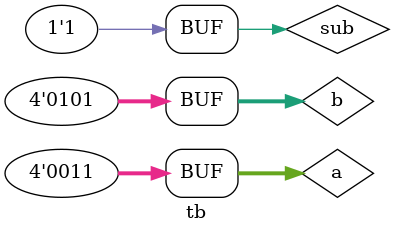
<source format=v>
`timescale 1ns / 1ps


module tb;

	// Inputs
	reg [3:0] a;
	reg [3:0] b;
	reg sub;

	// Outputs
	wire [3:0] s;
	wire cout;

	// Instantiate the Unit Under Test (UUT)
	fourbit_addsub uut (
		.s(s), 
		.cout(cout), 
		.a(a), 
		.b(b), 
		.sub(sub)
	);

	initial begin
		// Initialize Inputs
		a = 0;
		b = 0;
		sub = 0;

		// Wait 100 ns for global reset to finish
		#100;
        
		// Add stimulus here
		a = 4'b0011;
		b = 4'b0010;
		
		#100; // this line causes simulation to advance 100ns
		
		a = 4'b1110;
		b = 4'b0010;
		sub = 0;
		
		#100; // this line causes simulation to advance 100ns
		
		a = 4'b1100;
		b = 4'b0101;
		sub = 1;		
		
		#100;

		a = 4'b0011;
		b = 4'b0101;

		#100;
		
		// continue with more stimulus, choose different values for the inputs

	end
      
endmodule


</source>
